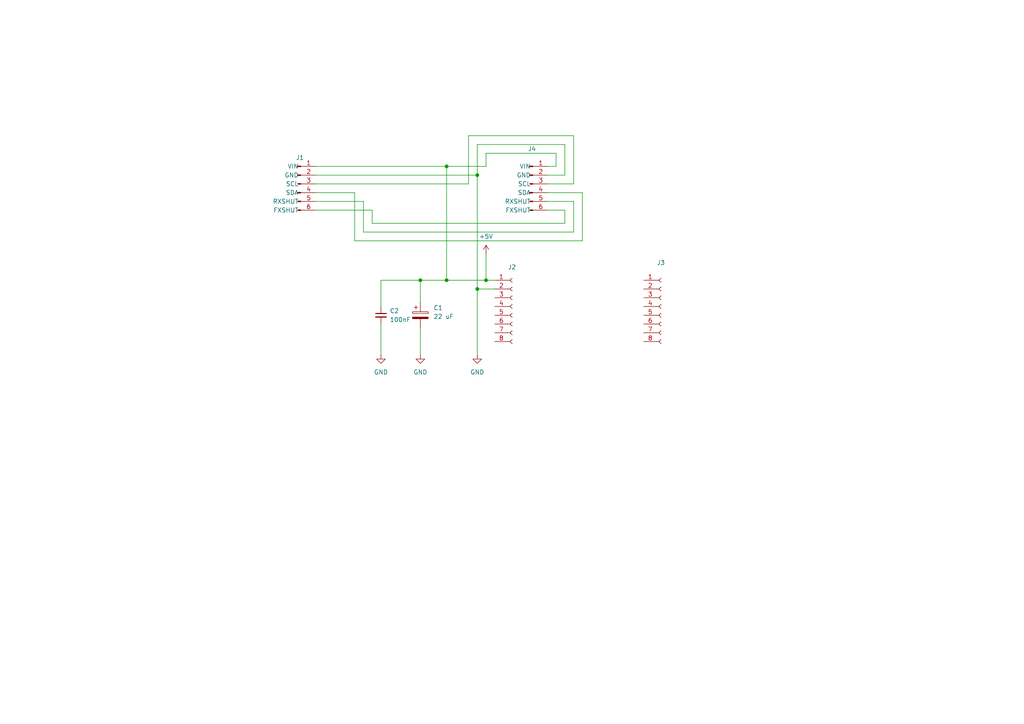
<source format=kicad_sch>
(kicad_sch (version 20230121) (generator eeschema)
  (paper "A4")
  (lib_symbols
    (symbol "Conn_01x06_Pin_1" (pin_names (offset 1.016))
      (property "Reference" "J4" (at 0.635 10.16 0))
      (symbol "Conn_01x06_Pin_1_1_1"
        (polyline (pts (xy 1.27 -7.62) (xy 0.8636 -7.62)) (stroke (width 0.1524)))
        (polyline (pts (xy 1.27 -5.08) (xy 0.8636 -5.08)) (stroke (width 0.1524)))
        (polyline (pts (xy 1.27 -2.54) (xy 0.8636 -2.54)) (stroke (width 0.1524)))
        (polyline (pts (xy 1.27 0) (xy 0.8636 0)) (stroke (width 0.1524)))
        (polyline (pts (xy 1.27 2.54) (xy 0.8636 2.54)) (stroke (width 0.1524)))
        (polyline (pts (xy 1.27 5.08) (xy 0.8636 5.08)) (stroke (width 0.1524)))
        (rectangle (start 0.8636 -7.493) (end 0 -7.747) (stroke (width 0.1524)) (fill (type outline)))
        (rectangle (start 0.8636 -4.953) (end 0 -5.207) (stroke (width 0.1524)) (fill (type outline)))
        (rectangle (start 0.8636 -2.413) (end 0 -2.667) (stroke (width 0.1524)) (fill (type outline)))
        (rectangle (start 0.8636 0.127) (end 0 -0.127) (stroke (width 0.1524)) (fill (type outline)))
        (rectangle (start 0.8636 2.667) (end 0 2.413) (stroke (width 0.1524)) (fill (type outline)))
        (rectangle (start 0.8636 5.207) (end 0 4.953) (stroke (width 0.1524)) (fill (type outline)))
        (pin passive line (at 5.08 5.08 180) (length 3.81) (name "VIN") (number "1"))
        (pin passive line (at 5.08 2.54 180) (length 3.81) (name "GND") (number "2"))
        (pin passive line (at 5.08 0 180) (length 3.81) (name "SCL") (number "3"))
        (pin passive line (at 5.08 -2.54 180) (length 3.81) (name "SDA") (number "4"))
        (pin passive line (at 5.08 -5.08 180) (length 3.81) (name "RXSHUT") (number "5"))
        (pin passive line (at 5.08 -7.62 180) (length 3.81) (name "FXSHUT") (number "6"))
      )
    )
    (symbol "Connector:Conn_01x06_Pin" (pin_names (offset 1.016))
      (property "Reference" "J1" (at 0.635 7.62 0))
      (symbol "Conn_01x06_Pin_1_1"
        (polyline (pts (xy 1.27 -7.62) (xy 0.8636 -7.62)) (stroke (width 0.1524)))
        (polyline (pts (xy 1.27 -5.08) (xy 0.8636 -5.08)) (stroke (width 0.1524)))
        (polyline (pts (xy 1.27 -2.54) (xy 0.8636 -2.54)) (stroke (width 0.1524)))
        (polyline (pts (xy 1.27 0) (xy 0.8636 0)) (stroke (width 0.1524)))
        (polyline (pts (xy 1.27 2.54) (xy 0.8636 2.54)) (stroke (width 0.1524)))
        (polyline (pts (xy 1.27 5.08) (xy 0.8636 5.08)) (stroke (width 0.1524)))
        (rectangle (start 0.8636 -7.493) (end 0 -7.747) (stroke (width 0.1524)) (fill (type outline)))
        (rectangle (start 0.8636 -4.953) (end 0 -5.207) (stroke (width 0.1524)) (fill (type outline)))
        (rectangle (start 0.8636 -2.413) (end 0 -2.667) (stroke (width 0.1524)) (fill (type outline)))
        (rectangle (start 0.8636 0.127) (end 0 -0.127) (stroke (width 0.1524)) (fill (type outline)))
        (rectangle (start 0.8636 2.667) (end 0 2.413) (stroke (width 0.1524)) (fill (type outline)))
        (rectangle (start 0.8636 5.207) (end 0 4.953) (stroke (width 0.1524)) (fill (type outline)))
        (pin passive line (at 5.08 5.08 180) (length 3.81) (name "VIN") (number "1"))
        (pin passive line (at 5.08 2.54 180) (length 3.81) (name "GND") (number "2"))
        (pin passive line (at 5.08 0 180) (length 3.81) (name "SCL") (number "3"))
        (pin passive line (at 5.08 -2.54 180) (length 3.81) (name "SDA") (number "4"))
        (pin passive line (at 5.08 -5.08 180) (length 3.81) (name "RXSHUT") (number "5"))
        (pin passive line (at 5.08 -7.62 180) (length 3.81) (name "FXSHUT") (number "6"))
      )
    )
    (symbol "Connector:Conn_01x08_Socket" (pin_names (offset 1.016) hide)
      (property "Reference" "J" (at 0 10.16 0))
      (property "Value" "Conn_01x08_Socket" (at 0 -12.7 0))
      (symbol "Conn_01x08_Socket_1_1"
        (arc (start 0 -9.652) (mid -0.5058 -10.16) (end 0 -10.668) (stroke (width 0.1524)))
        (arc (start 0 -7.112) (mid -0.5058 -7.62) (end 0 -8.128) (stroke (width 0.1524)))
        (arc (start 0 -4.572) (mid -0.5058 -5.08) (end 0 -5.588) (stroke (width 0.1524)))
        (arc (start 0 -2.032) (mid -0.5058 -2.54) (end 0 -3.048) (stroke (width 0.1524)))
        (polyline (pts (xy -1.27 -10.16) (xy -0.508 -10.16)) (stroke (width 0.1524)))
        (polyline (pts (xy -1.27 -7.62) (xy -0.508 -7.62)) (stroke (width 0.1524)))
        (polyline (pts (xy -1.27 -5.08) (xy -0.508 -5.08)) (stroke (width 0.1524)))
        (polyline (pts (xy -1.27 -2.54) (xy -0.508 -2.54)) (stroke (width 0.1524)))
        (polyline (pts (xy -1.27 0) (xy -0.508 0)) (stroke (width 0.1524)))
        (polyline (pts (xy -1.27 2.54) (xy -0.508 2.54)) (stroke (width 0.1524)))
        (polyline (pts (xy -1.27 5.08) (xy -0.508 5.08)) (stroke (width 0.1524)))
        (polyline (pts (xy -1.27 7.62) (xy -0.508 7.62)) (stroke (width 0.1524)))
        (arc (start 0 0.508) (mid -0.5058 0) (end 0 -0.508) (stroke (width 0.1524)))
        (arc (start 0 3.048) (mid -0.5058 2.54) (end 0 2.032) (stroke (width 0.1524)))
        (arc (start 0 5.588) (mid -0.5058 5.08) (end 0 4.572) (stroke (width 0.1524)))
        (arc (start 0 8.128) (mid -0.5058 7.62) (end 0 7.112) (stroke (width 0.1524)))
        (pin passive line (at -5.08 7.62 0) (length 3.81) (name "Pin_1") (number "1"))
        (pin passive line (at -5.08 5.08 0) (length 3.81) (name "Pin_2") (number "2"))
        (pin passive line (at -5.08 2.54 0) (length 3.81) (name "Pin_3") (number "3"))
        (pin passive line (at -5.08 0 0) (length 3.81) (name "Pin_4") (number "4"))
        (pin passive line (at -5.08 -2.54 0) (length 3.81) (name "Pin_5") (number "5"))
        (pin passive line (at -5.08 -5.08 0) (length 3.81) (name "Pin_6") (number "6"))
        (pin passive line (at -5.08 -7.62 0) (length 3.81) (name "Pin_7") (number "7"))
        (pin passive line (at -5.08 -10.16 0) (length 3.81) (name "Pin_8") (number "8"))
      )
    )
    (symbol "Device:C_Polarized" (pin_numbers hide) (pin_names (offset 0.254))
      (property "Reference" "C" (at 0.635 2.54 0))
      (property "Value" "C_Polarized" (at 0.635 -2.54 0))
      (symbol "C_Polarized_0_1"
        (rectangle (start -2.286 0.508) (end 2.286 1.016))
        (polyline (pts (xy -1.778 2.286) (xy -0.762 2.286)))
        (polyline (pts (xy -1.27 2.794) (xy -1.27 1.778)))
        (rectangle (start 2.286 -0.508) (end -2.286 -1.016) (fill (type outline)))
      )
      (symbol "C_Polarized_1_1"
        (pin passive line (at 0 3.81 270) (length 2.794) (name "~") (number "1"))
        (pin passive line (at 0 -3.81 90) (length 2.794) (name "~") (number "2"))
      )
    )
    (symbol "Device:C_Small" (pin_numbers hide) (pin_names (offset 0.254) hide)
      (property "Reference" "C" (at 0.254 1.778 0))
      (property "Value" "C_Small" (at 0.254 -2.032 0))
      (symbol "C_Small_0_1"
        (polyline (pts (xy -1.524 -0.508) (xy 1.524 -0.508)) (stroke (width 0.3302)))
        (polyline (pts (xy -1.524 0.508) (xy 1.524 0.508)) (stroke (width 0.3048)))
      )
      (symbol "C_Small_1_1"
        (pin passive line (at 0 2.54 270) (length 2.032) (name "~") (number "1"))
        (pin passive line (at 0 -2.54 90) (length 2.032) (name "~") (number "2"))
      )
    )
    (symbol "power:+5V" (power) (pin_names (offset 0))
      (property "Value" "+5V" (at 0 3.556 0))
      (symbol "+5V_0_1"
        (polyline (pts (xy -0.762 1.27) (xy 0 2.54)))
        (polyline (pts (xy 0 0) (xy 0 2.54)))
        (polyline (pts (xy 0 2.54) (xy 0.762 1.27)))
      )
      (symbol "+5V_1_1"
        (pin power_in line (at 0 0 90) (length 0) hide (name "+5V") (number "1"))
      )
    )
    (symbol "power:GND" (power) (pin_names (offset 0))
      (property "Value" "GND" (at 0 -3.81 0))
      (symbol "GND_0_1"
        (polyline (pts (xy 0 0) (xy 0 -1.27) (xy 1.27 -1.27) (xy 0 -2.54) (xy -1.27 -1.27) (xy 0 -1.27)))
      )
      (symbol "GND_1_1"
        (pin power_in line (at 0 0 270) (length 0) hide (name "GND") (number "1"))
      )
    )
  )
  (junction (at 121.92 81.28))
  (junction (at 140.97 81.28))
  (junction (at 138.43 50.8))
  (junction (at 129.54 48.26))
  (junction (at 138.43 83.82))
  (junction (at 129.54 81.28))
  (wire (pts (xy 110.49 81.28) (xy 121.92 81.28)))
  (wire (pts (xy 163.83 41.91) (xy 163.83 50.8)))
  (wire (pts (xy 140.97 48.26) (xy 140.97 44.45)))
  (wire (pts (xy 168.91 69.85) (xy 168.91 55.88)))
  (wire (pts (xy 163.83 64.77) (xy 163.83 60.96)))
  (wire (pts (xy 161.29 48.26) (xy 158.75 48.26)))
  (wire (pts (xy 107.95 64.77) (xy 163.83 64.77)))
  (wire (pts (xy 121.92 102.87) (xy 121.92 95.25)))
  (wire (pts (xy 163.83 50.8) (xy 158.75 50.8)))
  (wire (pts (xy 91.44 50.8) (xy 138.43 50.8)))
  (wire (pts (xy 129.54 81.28) (xy 140.97 81.28)))
  (wire (pts (xy 107.95 60.96) (xy 107.95 64.77)))
  (wire (pts (xy 138.43 50.8) (xy 138.43 83.82)))
  (wire (pts (xy 143.51 83.82) (xy 138.43 83.82)))
  (wire (pts (xy 91.44 60.96) (xy 107.95 60.96)))
  (wire (pts (xy 129.54 48.26) (xy 140.97 48.26)))
  (wire (pts (xy 121.92 81.28) (xy 129.54 81.28)))
  (wire (pts (xy 166.37 58.42) (xy 158.75 58.42)))
  (wire (pts (xy 135.89 39.37) (xy 166.37 39.37)))
  (wire (pts (xy 138.43 83.82) (xy 138.43 102.87)))
  (wire (pts (xy 91.44 53.34) (xy 135.89 53.34)))
  (wire (pts (xy 102.87 55.88) (xy 102.87 69.85)))
  (wire (pts (xy 110.49 88.9) (xy 110.49 81.28)))
  (wire (pts (xy 163.83 60.96) (xy 158.75 60.96)))
  (wire (pts (xy 110.49 93.98) (xy 110.49 102.87)))
  (wire (pts (xy 138.43 41.91) (xy 138.43 50.8)))
  (wire (pts (xy 138.43 41.91) (xy 163.83 41.91)))
  (wire (pts (xy 105.41 67.31) (xy 166.37 67.31)))
  (wire (pts (xy 140.97 73.66) (xy 140.97 81.28)))
  (wire (pts (xy 161.29 44.45) (xy 161.29 48.26)))
  (wire (pts (xy 129.54 48.26) (xy 129.54 81.28)))
  (wire (pts (xy 105.41 58.42) (xy 105.41 67.31)))
  (wire (pts (xy 168.91 55.88) (xy 158.75 55.88)))
  (wire (pts (xy 135.89 53.34) (xy 135.89 39.37)))
  (wire (pts (xy 102.87 69.85) (xy 168.91 69.85)))
  (wire (pts (xy 91.44 48.26) (xy 129.54 48.26)))
  (wire (pts (xy 166.37 67.31) (xy 166.37 58.42)))
  (wire (pts (xy 140.97 44.45) (xy 161.29 44.45)))
  (wire (pts (xy 91.44 58.42) (xy 105.41 58.42)))
  (wire (pts (xy 166.37 53.34) (xy 158.75 53.34)))
  (wire (pts (xy 140.97 81.28) (xy 143.51 81.28)))
  (wire (pts (xy 91.44 55.88) (xy 102.87 55.88)))
  (wire (pts (xy 166.37 39.37) (xy 166.37 53.34)))
  (wire (pts (xy 121.92 81.28) (xy 121.92 87.63)))
  (symbol (lib_id "Connector:Conn_01x06_Pin") (at 86.36 53.34 0) (unit 1)
    (property "Reference" "J1" (at 86.995 45.72 0))
    (property "Value" "Conn_01x06_Pin" (effects hide))
    (property "Footprint" "Connector_PinHeader_2.54mm:PinHeader_1x06_P2.54mm_Horizontal" (effects hide))
  )
  (symbol (lib_id "power:+5V") (at 140.97 73.66 0) (unit 1)
    (property "Reference" "#PWR01" (effects hide))
    (property "Value" "+5V" (at 140.97 68.58 0))
  )
  (symbol (lib_id "power:GND") (at 110.49 102.87 0) (unit 1)
    (property "Reference" "#PWR04" (effects hide))
    (property "Value" "GND" (at 110.49 107.95 0))
  )
  (symbol (lib_id "power:GND") (at 138.43 102.87 0) (unit 1)
    (property "Reference" "#PWR02" (effects hide))
    (property "Value" "GND" (at 138.43 107.95 0))
  )
  (symbol (lib_name "Conn_01x06_Pin_1") (lib_id "Connector:Conn_01x06_Pin") (at 153.67 53.34 0) (unit 1)
    (property "Reference" "J4" (at 154.305 43.18 0))
    (property "Value" "Conn_01x06_Pin" (effects hide))
    (property "Footprint" "Connector_PinHeader_2.54mm:PinHeader_1x06_P2.54mm_Vertical" (effects hide))
  )
  (symbol (lib_id "power:GND") (at 121.92 102.87 0) (unit 1)
    (property "Reference" "#PWR03" (effects hide))
    (property "Value" "GND" (at 121.92 107.95 0))
  )
  (symbol (lib_id "Device:C_Small") (at 110.49 91.44 0) (unit 1)
    (property "Reference" "C2" (at 113.03 90.1763 0) (effects (justify left)))
    (property "Value" "100nF" (at 113.03 92.7163 0) (effects (justify left)))
    (property "Footprint" "Capacitor_THT:C_Rect_L7.0mm_W2.5mm_P5.00mm" (effects hide))
  )
  (symbol (lib_id "Connector:Conn_01x08_Socket") (at 191.77 88.9 0) (unit 1)
    (property "Reference" "J3" (at 190.5 76.2 0) (effects (justify left)))
    (property "Value" "Conn_01x08_Socket" (effects hide))
    (property "Footprint" "Connector_PinSocket_2.54mm:PinSocket_1x08_P2.54mm_Vertical" (effects hide))
  )
  (symbol (lib_id "Connector:Conn_01x08_Socket") (at 148.59 88.9 0) (unit 1)
    (property "Reference" "J2" (at 147.32 77.47 0) (effects (justify left)))
    (property "Value" "Conn_01x08_Socket" (effects hide))
    (property "Footprint" "Connector_PinSocket_2.54mm:PinSocket_1x08_P2.54mm_Vertical" (effects hide))
  )
  (symbol (lib_id "Device:C_Polarized") (at 121.92 91.44 0) (unit 1)
    (property "Reference" "C1" (at 125.73 89.281 0) (effects (justify left)))
    (property "Value" "22 uF" (at 125.73 91.821 0) (effects (justify left)))
    (property "Footprint" "Capacitor_THT:CP_Radial_D5.0mm_P2.50mm" (effects hide))
  )
)
</source>
